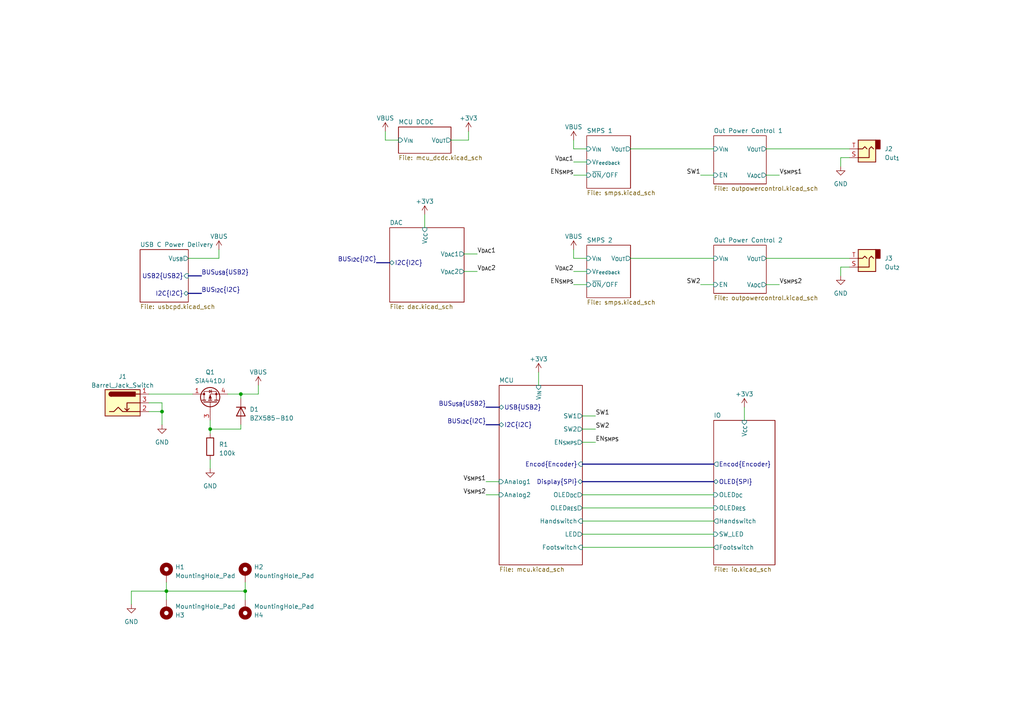
<source format=kicad_sch>
(kicad_sch (version 20230121) (generator eeschema)
  (paper "A4")
  (title_block (title "Tattoo Power Supply") (rev "V1.0"))
  (lib_symbols
    (symbol "Connector:Barrel_Jack_Switch" (pin_names hide)
      (property "Reference" "J" (at 0 5.334 0))
      (property "Value" "Barrel_Jack_Switch" (at 0 -5.08 0))
      (symbol "Barrel_Jack_Switch_0_1"
        (rectangle (start -5.08 3.81) (end 5.08 -3.81) (stroke (width 0.254)) (fill (type background)))
        (arc (start -3.302 3.175) (mid -3.9343 2.54) (end -3.302 1.905) (stroke (width 0.254)))
        (arc (start -3.302 3.175) (mid -3.9343 2.54) (end -3.302 1.905) (stroke (width 0.254)) (fill (type outline)))
        (polyline (pts (xy 1.27 -2.286) (xy 1.905 -1.651)) (stroke (width 0.254)))
        (polyline (pts (xy 5.08 2.54) (xy 3.81 2.54)) (stroke (width 0.254)))
        (polyline (pts (xy 5.08 0) (xy 1.27 0) (xy 1.27 -2.286) (xy 0.635 -1.651)) (stroke (width 0.254)))
        (polyline (pts (xy -3.81 -2.54) (xy -2.54 -2.54) (xy -1.27 -1.27) (xy 0 -2.54) (xy 2.54 -2.54) (xy 5.08 -2.54)) (stroke (width 0.254)))
        (rectangle (start 3.683 3.175) (end -3.302 1.905) (stroke (width 0.254)) (fill (type outline)))
      )
      (symbol "Barrel_Jack_Switch_1_1"
        (pin passive line (at 7.62 2.54 180) (length 2.54) (name "~") (number "1"))
        (pin passive line (at 7.62 -2.54 180) (length 2.54) (name "~") (number "2"))
        (pin passive line (at 7.62 0 180) (length 2.54) (name "~") (number "3"))
      )
    )
    (symbol "Connector_Audio:AudioJack2"
      (property "Reference" "J" (at 0 8.89 0))
      (property "Value" "AudioJack2" (at 0 6.35 0))
      (symbol "AudioJack2_0_1"
        (rectangle (start -3.81 0) (end -2.54 -2.54) (stroke (width 0.254)) (fill (type outline)))
        (rectangle (start -2.54 3.81) (end 2.54 -2.54) (stroke (width 0.254)) (fill (type background)))
        (polyline (pts (xy 0 0) (xy 0.635 -0.635) (xy 1.27 0) (xy 2.54 0)) (stroke (width 0.254)))
        (polyline (pts (xy 2.54 2.54) (xy -0.635 2.54) (xy -0.635 0) (xy -1.27 -0.635) (xy -1.905 0)) (stroke (width 0.254)))
      )
      (symbol "AudioJack2_1_1"
        (pin passive line (at 5.08 2.54 180) (length 2.54) (name "~") (number "S"))
        (pin passive line (at 5.08 0 180) (length 2.54) (name "~") (number "T"))
      )
    )
    (symbol "Device:D_Zener" (pin_numbers hide) (pin_names (offset 1.016) hide)
      (property "Reference" "D" (at 0 2.54 0))
      (property "Value" "D_Zener" (at 0 -2.54 0))
      (symbol "D_Zener_0_1"
        (polyline (pts (xy 1.27 0) (xy -1.27 0)))
        (polyline (pts (xy -1.27 -1.27) (xy -1.27 1.27) (xy -0.762 1.27)) (stroke (width 0.254)))
        (polyline (pts (xy 1.27 -1.27) (xy 1.27 1.27) (xy -1.27 0) (xy 1.27 -1.27)) (stroke (width 0.254)))
      )
      (symbol "D_Zener_1_1"
        (pin passive line (at -3.81 0 0) (length 2.54) (name "K") (number "1"))
        (pin passive line (at 3.81 0 180) (length 2.54) (name "A") (number "2"))
      )
    )
    (symbol "Device:R" (pin_numbers hide) (pin_names (offset 0))
      (property "Reference" "R" (at 2.032 0 90))
      (property "Value" "R" (at 0 0 90))
      (symbol "R_0_1"
        (rectangle (start -1.016 -2.54) (end 1.016 2.54) (stroke (width 0.254)))
      )
      (symbol "R_1_1"
        (pin passive line (at 0 3.81 270) (length 1.27) (name "~") (number "1"))
        (pin passive line (at 0 -3.81 90) (length 1.27) (name "~") (number "2"))
      )
    )
    (symbol "Mechanical:MountingHole_Pad" (pin_numbers hide) (pin_names (offset 1.016) hide)
      (property "Reference" "H" (at 0 6.35 0))
      (property "Value" "MountingHole_Pad" (at 0 4.445 0))
      (symbol "MountingHole_Pad_0_1"
        (circle (center 0 1.27) (radius 1.27) (stroke (width 1.27)))
      )
      (symbol "MountingHole_Pad_1_1"
        (pin input line (at 0 -2.54 90) (length 2.54) (name "1") (number "1"))
      )
    )
    (symbol "Transistor_FET:SiA449DJ" (pin_names hide)
      (property "Reference" "Q" (at 5.08 1.905 0))
      (property "Value" "SiA449DJ" (at 5.08 0 0))
      (symbol "SiA449DJ_0_1"
        (polyline (pts (xy 0.254 0) (xy -2.54 0)))
        (polyline (pts (xy 0.254 1.905) (xy 0.254 -1.905)) (stroke (width 0.254)))
        (polyline (pts (xy 0.762 -1.27) (xy 0.762 -2.286)) (stroke (width 0.254)))
        (polyline (pts (xy 0.762 0.508) (xy 0.762 -0.508)) (stroke (width 0.254)))
        (polyline (pts (xy 0.762 2.286) (xy 0.762 1.27)) (stroke (width 0.254)))
        (polyline (pts (xy 2.54 2.54) (xy 2.54 1.778)))
        (polyline (pts (xy 2.54 -2.54) (xy 2.54 0) (xy 0.762 0)))
        (polyline (pts (xy 0.762 1.778) (xy 3.302 1.778) (xy 3.302 -1.778) (xy 0.762 -1.778)))
        (polyline (pts (xy 2.286 0) (xy 1.27 0.381) (xy 1.27 -0.381) (xy 2.286 0)) (fill (type outline)))
        (polyline (pts (xy 2.794 -0.508) (xy 2.921 -0.381) (xy 3.683 -0.381) (xy 3.81 -0.254)))
        (polyline (pts (xy 3.302 -0.381) (xy 2.921 0.254) (xy 3.683 0.254) (xy 3.302 -0.381)))
        (circle (center 1.651 0) (radius 2.794) (stroke (width 0.254)))
        (circle (center 2.54 -1.778) (radius 0.254) (fill (type outline)))
        (circle (center 2.54 1.778) (radius 0.254) (fill (type outline)))
      )
      (symbol "SiA449DJ_1_1"
        (pin passive line (at 2.54 5.08 270) (length 2.54) (name "D") (number "1"))
        (pin passive line (at -5.08 0 0) (length 2.54) (name "G") (number "3"))
        (pin passive line (at 2.54 -5.08 90) (length 2.54) (name "S") (number "4"))
      )
    )
    (symbol "power:+3V3" (power) (pin_names (offset 0))
      (property "Value" "+3V3" (at 0 3.556 0))
      (symbol "+3V3_0_1"
        (polyline (pts (xy -0.762 1.27) (xy 0 2.54)))
        (polyline (pts (xy 0 0) (xy 0 2.54)))
        (polyline (pts (xy 0 2.54) (xy 0.762 1.27)))
      )
      (symbol "+3V3_1_1"
        (pin power_in line (at 0 0 90) (length 0) hide (name "+3V3") (number "1"))
      )
    )
    (symbol "power:GND" (power) (pin_names (offset 0))
      (property "Value" "GND" (at 0 -3.81 0))
      (symbol "GND_0_1"
        (polyline (pts (xy 0 0) (xy 0 -1.27) (xy 1.27 -1.27) (xy 0 -2.54) (xy -1.27 -1.27) (xy 0 -1.27)))
      )
      (symbol "GND_1_1"
        (pin power_in line (at 0 0 270) (length 0) hide (name "GND") (number "1"))
      )
    )
    (symbol "power:VBUS" (power) (pin_names (offset 0))
      (property "Value" "VBUS" (at 0 3.81 0))
      (symbol "VBUS_0_1"
        (polyline (pts (xy -0.762 1.27) (xy 0 2.54)))
        (polyline (pts (xy 0 0) (xy 0 2.54)))
        (polyline (pts (xy 0 2.54) (xy 0.762 1.27)))
      )
      (symbol "VBUS_1_1"
        (pin power_in line (at 0 0 90) (length 0) hide (name "VBUS") (number "1"))
      )
    )
  )
  (bus_alias "UART" (members "Tx" "Rx"))
  (bus_alias "USB2" (members "D+" "D-"))
  (bus_alias "SPI" (members "~{CS}" "SCK" "MOSI" "MISO"))
  (bus_alias "Encoder" (members "DT" "CLK" "SW"))
  (bus_alias "I2C" (members "SDA" "SCL"))
  (junction (at 46.99 119.38))
  (junction (at 60.96 124.46))
  (junction (at 48.26 171.45))
  (junction (at 69.85 114.3))
  (junction (at 71.12 171.45))
  (bus (pts (xy 168.91 139.7) (xy 207.01 139.7)))
  (wire (pts (xy 71.12 171.45) (xy 71.12 173.99)))
  (wire (pts (xy 203.2 50.8) (xy 207.01 50.8)))
  (wire (pts (xy 48.26 171.45) (xy 48.26 173.99)))
  (wire (pts (xy 54.61 74.93) (xy 63.5 74.93)))
  (bus (pts (xy 54.61 80.01) (xy 58.42 80.01)))
  (wire (pts (xy 140.97 139.7) (xy 144.78 139.7)))
  (wire (pts (xy 71.12 171.45) (xy 71.12 168.91)))
  (wire (pts (xy 69.85 123.19) (xy 69.85 124.46)))
  (wire (pts (xy 222.25 43.18) (xy 246.38 43.18)))
  (wire (pts (xy 48.26 171.45) (xy 71.12 171.45)))
  (wire (pts (xy 222.25 82.55) (xy 226.06 82.55)))
  (wire (pts (xy 74.93 111.76) (xy 74.93 114.3)))
  (wire (pts (xy 246.38 77.47) (xy 243.84 77.47)))
  (wire (pts (xy 166.37 43.18) (xy 170.18 43.18)))
  (wire (pts (xy 60.96 124.46) (xy 69.85 124.46)))
  (wire (pts (xy 168.91 147.32) (xy 207.01 147.32)))
  (wire (pts (xy 246.38 45.72) (xy 243.84 45.72)))
  (wire (pts (xy 168.91 124.46) (xy 172.72 124.46)))
  (wire (pts (xy 203.2 82.55) (xy 207.01 82.55)))
  (bus (pts (xy 168.91 134.62) (xy 207.01 134.62)))
  (wire (pts (xy 243.84 77.47) (xy 243.84 80.01)))
  (wire (pts (xy 166.37 74.93) (xy 170.18 74.93)))
  (wire (pts (xy 48.26 168.91) (xy 48.26 171.45)))
  (wire (pts (xy 166.37 82.55) (xy 170.18 82.55)))
  (wire (pts (xy 168.91 143.51) (xy 207.01 143.51)))
  (wire (pts (xy 168.91 128.27) (xy 172.72 128.27)))
  (wire (pts (xy 135.89 40.64) (xy 135.89 38.1)))
  (wire (pts (xy 46.99 119.38) (xy 46.99 123.19)))
  (wire (pts (xy 66.04 114.3) (xy 69.85 114.3)))
  (bus (pts (xy 140.97 118.11) (xy 144.78 118.11)))
  (wire (pts (xy 166.37 46.99) (xy 170.18 46.99)))
  (wire (pts (xy 38.1 171.45) (xy 48.26 171.45)))
  (wire (pts (xy 156.21 107.95) (xy 156.21 111.76)))
  (wire (pts (xy 168.91 154.94) (xy 207.01 154.94)))
  (wire (pts (xy 166.37 72.39) (xy 166.37 74.93)))
  (bus (pts (xy 54.61 85.09) (xy 58.42 85.09)))
  (wire (pts (xy 134.62 73.66) (xy 138.43 73.66)))
  (wire (pts (xy 69.85 115.57) (xy 69.85 114.3)))
  (wire (pts (xy 46.99 116.84) (xy 46.99 119.38)))
  (wire (pts (xy 168.91 120.65) (xy 172.72 120.65)))
  (wire (pts (xy 166.37 78.74) (xy 170.18 78.74)))
  (wire (pts (xy 60.96 121.92) (xy 60.96 124.46)))
  (wire (pts (xy 222.25 50.8) (xy 226.06 50.8)))
  (wire (pts (xy 168.91 158.75) (xy 207.01 158.75)))
  (wire (pts (xy 111.76 40.64) (xy 115.57 40.64)))
  (wire (pts (xy 38.1 175.26) (xy 38.1 171.45)))
  (wire (pts (xy 166.37 50.8) (xy 170.18 50.8)))
  (wire (pts (xy 63.5 74.93) (xy 63.5 72.39)))
  (wire (pts (xy 168.91 151.13) (xy 207.01 151.13)))
  (wire (pts (xy 215.9 118.11) (xy 215.9 121.92)))
  (wire (pts (xy 134.62 78.74) (xy 138.43 78.74)))
  (wire (pts (xy 182.88 74.93) (xy 207.01 74.93)))
  (wire (pts (xy 60.96 124.46) (xy 60.96 125.73)))
  (wire (pts (xy 130.81 40.64) (xy 135.89 40.64)))
  (wire (pts (xy 43.18 119.38) (xy 46.99 119.38)))
  (wire (pts (xy 123.19 62.23) (xy 123.19 66.04)))
  (wire (pts (xy 222.25 74.93) (xy 246.38 74.93)))
  (bus (pts (xy 109.22 76.2) (xy 113.03 76.2)))
  (wire (pts (xy 182.88 43.18) (xy 207.01 43.18)))
  (wire (pts (xy 60.96 133.35) (xy 60.96 135.89)))
  (wire (pts (xy 243.84 45.72) (xy 243.84 48.26)))
  (wire (pts (xy 111.76 38.1) (xy 111.76 40.64)))
  (wire (pts (xy 43.18 114.3) (xy 55.88 114.3)))
  (wire (pts (xy 140.97 143.51) (xy 144.78 143.51)))
  (bus (pts (xy 140.97 123.19) (xy 144.78 123.19)))
  (wire (pts (xy 43.18 116.84) (xy 46.99 116.84)))
  (wire (pts (xy 166.37 40.64) (xy 166.37 43.18)))
  (wire (pts (xy 74.93 114.3) (xy 69.85 114.3)))
  (label "EN_{SMPS}" (at 172.72 128.27 0))
  (label "BUS_{USB}{USB2}" (at 58.42 80.01 0))
  (label "SW1" (at 203.2 50.8 180))
  (label "SW1" (at 172.72 120.65 0))
  (label "V_{DAC}1" (at 166.37 46.99 180))
  (label "EN_{SMPS}" (at 166.37 50.8 180))
  (label "V_{DAC}2" (at 138.43 78.74 0))
  (label "V_{DAC}1" (at 138.43 73.66 0))
  (label "BUS_{I2C}{I2C}" (at 140.97 123.19 180))
  (label "V_{SMPS}2" (at 226.06 82.55 0))
  (label "V_{DAC}2" (at 166.37 78.74 180))
  (label "EN_{SMPS}" (at 166.37 82.55 180))
  (label "SW2" (at 172.72 124.46 0))
  (label "BUS_{I2C}{I2C}" (at 58.42 85.09 0))
  (label "BUS_{USB}{USB2}" (at 140.97 118.11 180))
  (label "SW2" (at 203.2 82.55 180))
  (label "V_{SMPS}1" (at 140.97 139.7 180))
  (label "BUS_{I2C}{I2C}" (at 109.22 76.2 180))
  (label "V_{SMPS}1" (at 226.06 50.8 0))
  (label "V_{SMPS}2" (at 140.97 143.51 180))
  (symbol (lib_id "power:VBUS") (at 63.5 72.39 0) (unit 1)
    (property "Reference" "#PWR03" (effects hide))
    (property "Value" "VBUS" (at 63.5 68.58 0))
  )
  (symbol (lib_id "Mechanical:MountingHole_Pad") (at 48.26 166.37 0) (unit 1) (in_bom no)
    (property "Reference" "H1" (at 50.8 164.465 0) (effects (justify left)))
    (property "Value" "MountingHole_Pad" (at 50.8 167.005 0) (effects (justify left)))
    (property "Footprint" "MountingHole:MountingHole_2.7mm_M2.5_DIN965_Pad" (effects hide))
  )
  (symbol (lib_id "Connector_Audio:AudioJack2") (at 251.46 43.18 180) (unit 1)
    (property "Reference" "J2" (at 256.54 43.18 0) (effects (justify right)))
    (property "Value" "Out_{1}" (at 256.54 45.72 0) (effects (justify right)))
    (property "Footprint" "TattooSupplyFootprints:MJ63022A" (effects hide))
    (property "MPN" "MJ-63022A" (effects hide))
    (property "Manufacturer" "CUI Devices" (effects hide))
  )
  (symbol (lib_id "power:+3V3") (at 123.19 62.23 0) (unit 1)
    (property "Reference" "#PWR06" (effects hide))
    (property "Value" "+3V3" (at 123.19 58.42 0))
  )
  (symbol (lib_id "Mechanical:MountingHole_Pad") (at 71.12 176.53 0) (mirror x) (unit 1) (in_bom no)
    (property "Reference" "H4" (at 73.66 178.435 0) (effects (justify left)))
    (property "Value" "MountingHole_Pad" (at 73.66 175.895 0) (effects (justify left)))
    (property "Footprint" "MountingHole:MountingHole_2.7mm_M2.5_DIN965_Pad" (effects hide))
  )
  (symbol (lib_id "Device:D_Zener") (at 69.85 119.38 270) (unit 1)
    (property "Reference" "D1" (at 72.39 118.745 90) (effects (justify left)))
    (property "Value" "BZX585-B10" (at 72.39 121.285 90) (effects (justify left)))
    (property "Footprint" "Diode_SMD:D_SOD-523" (effects hide))
    (property "MPN" "BZX585-B10,135" (effects hide))
    (property "Manufacturer" "Nexperia" (effects hide))
  )
  (symbol (lib_id "power:GND") (at 243.84 80.01 0) (unit 1)
    (property "Reference" "#PWR013" (effects hide))
    (property "Value" "GND" (at 243.84 85.09 0))
  )
  (symbol (lib_id "power:+3V3") (at 156.21 107.95 0) (unit 1)
    (property "Reference" "#PWR08" (effects hide))
    (property "Value" "+3V3" (at 156.21 104.14 0))
  )
  (symbol (lib_id "power:GND") (at 38.1 175.26 0) (unit 1)
    (property "Reference" "#PWR079" (effects hide))
    (property "Value" "GND" (at 38.1 180.34 0))
  )
  (symbol (lib_id "Connector_Audio:AudioJack2") (at 251.46 74.93 180) (unit 1)
    (property "Reference" "J3" (at 256.54 74.93 0) (effects (justify right)))
    (property "Value" "Out_{2}" (at 256.54 77.47 0) (effects (justify right)))
    (property "Footprint" "TattooSupplyFootprints:MJ63022A" (effects hide))
    (property "MPN" "MJ-63022A" (effects hide))
    (property "Manufacturer" "CUI Devices" (effects hide))
  )
  (symbol (lib_id "power:VBUS") (at 166.37 72.39 0) (unit 1)
    (property "Reference" "#PWR010" (effects hide))
    (property "Value" "VBUS" (at 166.37 68.58 0))
  )
  (symbol (lib_id "Connector:Barrel_Jack_Switch") (at 35.56 116.84 0) (unit 1)
    (property "Reference" "J1" (at 35.56 109.22 0))
    (property "Value" "Barrel_Jack_Switch" (at 35.56 111.76 0))
    (property "Footprint" "Connector_BarrelJack:BarrelJack_CUI_PJ-102AH_Horizontal" (effects hide))
    (property "MPN" "PJ-102A" (effects hide))
    (property "Manufacturer" "CUI Devices" (effects hide))
  )
  (symbol (lib_id "power:VBUS") (at 74.93 111.76 0) (unit 1)
    (property "Reference" "#PWR04" (effects hide))
    (property "Value" "VBUS" (at 74.93 107.95 0))
  )
  (symbol (lib_id "power:VBUS") (at 111.76 38.1 0) (unit 1)
    (property "Reference" "#PWR05" (effects hide))
    (property "Value" "VBUS" (at 111.76 34.29 0))
  )
  (symbol (lib_id "power:GND") (at 60.96 135.89 0) (unit 1)
    (property "Reference" "#PWR02" (effects hide))
    (property "Value" "GND" (at 60.96 140.97 0))
  )
  (symbol (lib_id "Transistor_FET:SiA449DJ") (at 60.96 116.84 90) (unit 1)
    (property "Reference" "Q1" (at 60.96 107.95 90))
    (property "Value" "SiA441DJ" (at 60.96 110.49 90))
    (property "Footprint" "Package_TO_SOT_SMD:Vishay_PowerPAK_SC70-6L_Single" (effects hide))
    (property "MPN" "SIA441DJ-T1-GE3" (effects hide))
    (property "Manufacturer" "Vishay Semiconductors" (effects hide))
  )
  (symbol (lib_id "Device:R") (at 60.96 129.54 0) (unit 1)
    (property "Reference" "R1" (at 63.5 128.905 0) (effects (justify left)))
    (property "Value" "100k" (at 63.5 131.445 0) (effects (justify left)))
    (property "Footprint" "Resistor_SMD:R_0603_1608Metric" (effects hide))
    (property "MPN" "ERJ-3EKF1003V" (effects hide))
    (property "Manufacturer" "Panasonic" (effects hide))
  )
  (symbol (lib_id "Mechanical:MountingHole_Pad") (at 71.12 166.37 0) (unit 1) (in_bom no)
    (property "Reference" "H2" (at 73.66 164.465 0) (effects (justify left)))
    (property "Value" "MountingHole_Pad" (at 73.66 167.005 0) (effects (justify left)))
    (property "Footprint" "MountingHole:MountingHole_2.7mm_M2.5_DIN965_Pad" (effects hide))
  )
  (symbol (lib_id "power:+3V3") (at 215.9 118.11 0) (unit 1)
    (property "Reference" "#PWR011" (effects hide))
    (property "Value" "+3V3" (at 215.9 114.3 0))
  )
  (symbol (lib_id "power:GND") (at 46.99 123.19 0) (unit 1)
    (property "Reference" "#PWR01" (effects hide))
    (property "Value" "GND" (at 46.99 128.27 0))
  )
  (symbol (lib_id "power:VBUS") (at 166.37 40.64 0) (unit 1)
    (property "Reference" "#PWR09" (effects hide))
    (property "Value" "VBUS" (at 166.37 36.83 0))
  )
  (symbol (lib_id "Mechanical:MountingHole_Pad") (at 48.26 176.53 0) (mirror x) (unit 1) (in_bom no)
    (property "Reference" "H3" (at 50.8 178.435 0) (effects (justify left)))
    (property "Value" "MountingHole_Pad" (at 50.8 175.895 0) (effects (justify left)))
    (property "Footprint" "MountingHole:MountingHole_2.7mm_M2.5_DIN965_Pad" (effects hide))
  )
  (symbol (lib_id "power:+3V3") (at 135.89 38.1 0) (unit 1)
    (property "Reference" "#PWR07" (effects hide))
    (property "Value" "+3V3" (at 135.89 34.29 0))
  )
  (symbol (lib_id "power:GND") (at 243.84 48.26 0) (unit 1)
    (property "Reference" "#PWR012" (effects hide))
    (property "Value" "GND" (at 243.84 53.34 0))
  )
  (sheet (at 170.18 71.12) (size 12.7 15.24) (stroke (width 0.1524))
    (property "Sheetname" "SMPS 2" (at 170.18 70.4084 0) (effects (justify left bottom)))
    (property "Sheetfile" "smps.kicad_sch" (at 170.18 86.9446 0) (effects (justify left top)))
    (pin "V_{IN}" input (at 170.18 74.93 180))
    (pin "V_{Feedback}" input (at 170.18 78.74 180))
    (pin "V_{OUT}" output (at 182.88 74.93 0))
    (pin "~{ON}{slash}OFF" input (at 170.18 82.55 180))
  )
  (sheet (at 207.01 39.37) (size 15.24 13.97) (stroke (width 0.1524))
    (property "Sheetname" "Out Power Control 1" (at 207.01 38.6584 0) (effects (justify left bottom)))
    (property "Sheetfile" "outpowercontrol.kicad_sch" (at 207.01 53.9246 0) (effects (justify left top)))
    (pin "V_{OUT}" output (at 222.25 43.18 0))
    (pin "V_{IN}" input (at 207.01 43.18 180))
    (pin "V_{ADC}" output (at 222.25 50.8 0))
    (pin "EN" input (at 207.01 50.8 180))
  )
  (sheet (at 40.64 72.39) (size 13.97 15.24) (stroke (width 0.1524))
    (property "Sheetname" "USB C Power Delivery" (at 40.64 71.6784 0) (effects (justify left bottom)))
    (property "Sheetfile" "usbcpd.kicad_sch" (at 40.64 88.2146 0) (effects (justify left top)))
    (pin "V_{USB}" output (at 54.61 74.93 0))
    (pin "I2C{I2C}" bidirectional (at 54.61 85.09 0))
    (pin "USB2{USB2}" input (at 54.61 80.01 0))
  )
  (sheet (at 207.01 121.92) (size 17.78 41.91) (stroke (width 0.1524))
    (property "Sheetname" "IO" (at 207.01 121.2084 0) (effects (justify left bottom)))
    (property "Sheetfile" "io.kicad_sch" (at 207.01 164.4146 0) (effects (justify left top)))
    (pin "Encod{Encoder}" output (at 207.01 134.62 180))
    (pin "V_{CC}" input (at 215.9 121.92 90))
    (pin "Footswitch" output (at 207.01 158.75 180))
    (pin "Handswitch" output (at 207.01 151.13 180))
    (pin "OLED{SPI}" bidirectional (at 207.01 139.7 180))
    (pin "OLED_{DC}" input (at 207.01 143.51 180))
    (pin "OLED_{RES}" input (at 207.01 147.32 180))
    (pin "SW_LED" input (at 207.01 154.94 180))
  )
  (sheet (at 113.03 66.04) (size 21.59 21.59) (stroke (width 0.1524))
    (property "Sheetname" "DAC" (at 113.03 65.3284 0) (effects (justify left bottom)))
    (property "Sheetfile" "dac.kicad_sch" (at 113.03 88.2146 0) (effects (justify left top)))
    (pin "V_{CC}" input (at 123.19 66.04 90))
    (pin "V_{DAC}1" output (at 134.62 73.66 0))
    (pin "V_{DAC}2" output (at 134.62 78.74 0))
    (pin "I2C{I2C}" bidirectional (at 113.03 76.2 180))
  )
  (sheet (at 170.18 39.37) (size 12.7 15.24) (stroke (width 0.1524))
    (property "Sheetname" "SMPS 1" (at 170.18 38.6584 0) (effects (justify left bottom)))
    (property "Sheetfile" "smps.kicad_sch" (at 170.18 55.1946 0) (effects (justify left top)))
    (pin "V_{IN}" input (at 170.18 43.18 180))
    (pin "V_{Feedback}" input (at 170.18 46.99 180))
    (pin "V_{OUT}" output (at 182.88 43.18 0))
    (pin "~{ON}{slash}OFF" input (at 170.18 50.8 180))
  )
  (sheet (at 115.57 36.83) (size 15.24 7.62) (stroke (width 0.1524))
    (property "Sheetname" "MCU DCDC" (at 115.57 36.1184 0) (effects (justify left bottom)))
    (property "Sheetfile" "mcu_dcdc.kicad_sch" (at 115.57 45.0346 0) (effects (justify left top)))
    (pin "V_{OUT}" output (at 130.81 40.64 0))
    (pin "V_{IN}" input (at 115.57 40.64 180))
  )
  (sheet (at 207.01 71.12) (size 15.24 13.97) (stroke (width 0.1524))
    (property "Sheetname" "Out Power Control 2" (at 207.01 70.4084 0) (effects (justify left bottom)))
    (property "Sheetfile" "outpowercontrol.kicad_sch" (at 207.01 85.6746 0) (effects (justify left top)))
    (pin "V_{OUT}" output (at 222.25 74.93 0))
    (pin "V_{IN}" input (at 207.01 74.93 180))
    (pin "V_{ADC}" output (at 222.25 82.55 0))
    (pin "EN" input (at 207.01 82.55 180))
  )
  (sheet (at 144.78 111.76) (size 24.13 52.07) (stroke (width 0.1524))
    (property "Sheetname" "MCU" (at 144.78 111.0484 0) (effects (justify left bottom)))
    (property "Sheetfile" "mcu.kicad_sch" (at 144.78 164.4146 0) (effects (justify left top)))
    (pin "Analog1" input (at 144.78 139.7 180))
    (pin "Analog2" input (at 144.78 143.51 180))
    (pin "USB{USB2}" bidirectional (at 144.78 118.11 180))
    (pin "SW1" output (at 168.91 120.65 0))
    (pin "SW2" output (at 168.91 124.46 0))
    (pin "I2C{I2C}" bidirectional (at 144.78 123.19 180))
    (pin "V_{IN}" input (at 156.21 111.76 90))
    (pin "EN_{SMPS}" output (at 168.91 128.27 0))
    (pin "Display{SPI}" bidirectional (at 168.91 139.7 0))
    (pin "Encod{Encoder}" input (at 168.91 134.62 0))
    (pin "OLED_{DC}" output (at 168.91 143.51 0))
    (pin "OLED_{RES}" output (at 168.91 147.32 0))
    (pin "Footswitch" input (at 168.91 158.75 0))
    (pin "Handswitch" input (at 168.91 151.13 0))
    (pin "LED" output (at 168.91 154.94 0))
  )
)
</source>
